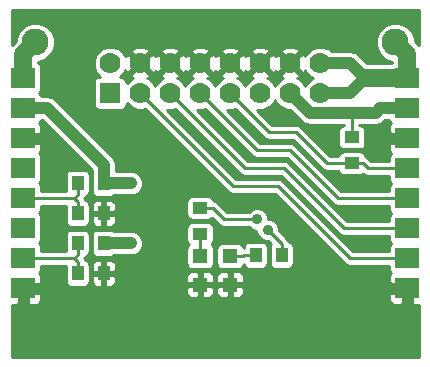
<source format=gbr>
G04 #@! TF.FileFunction,Copper,L1,Top,Signal*
%FSLAX46Y46*%
G04 Gerber Fmt 4.6, Leading zero omitted, Abs format (unit mm)*
G04 Created by KiCad (PCBNEW (2015-12-09 BZR 6195)-product) date Tue Nov 28 20:16:39 2017*
%MOMM*%
G01*
G04 APERTURE LIST*
%ADD10C,0.100000*%
%ADD11C,1.016000*%
%ADD12C,2.032000*%
%ADD13R,2.032000X1.778000*%
%ADD14C,2.286000*%
%ADD15R,1.778000X1.778000*%
%ADD16C,1.778000*%
%ADD17R,1.000000X1.300000*%
%ADD18R,1.300000X1.000000*%
%ADD19R,1.300000X1.200000*%
%ADD20C,0.889000*%
%ADD21C,1.016000*%
%ADD22C,0.254000*%
%ADD23C,1.524000*%
G04 APERTURE END LIST*
D10*
D11*
X138430000Y-93980000D03*
X140970000Y-96520000D03*
X158750000Y-106680000D03*
X130810000Y-106680000D03*
D12*
X158496000Y-96266000D03*
X131064000Y-96266000D03*
D11*
X152400000Y-109220000D03*
X152400000Y-104140000D03*
X140970000Y-106680000D03*
X140970000Y-101600000D03*
X130810000Y-104140000D03*
X130810000Y-101600000D03*
X130810000Y-99060000D03*
X158750000Y-104140000D03*
X158750000Y-101600000D03*
D13*
X128524000Y-90170000D03*
X128524000Y-92710000D03*
X128524000Y-95250000D03*
X128524000Y-97790000D03*
X128524000Y-100330000D03*
X128524000Y-102870000D03*
X128524000Y-105410000D03*
X128524000Y-107950000D03*
X161036000Y-107950000D03*
X161036000Y-105410000D03*
X161036000Y-102870000D03*
X161036000Y-100330000D03*
X161036000Y-97790000D03*
X161036000Y-95250000D03*
X161036000Y-92710000D03*
X161036000Y-90170000D03*
D11*
X158750000Y-99060000D03*
D14*
X129540000Y-87122000D03*
X160020000Y-87122000D03*
D15*
X135890000Y-91440000D03*
D16*
X135890000Y-88900000D03*
X138430000Y-91440000D03*
X138430000Y-88900000D03*
X140970000Y-91440000D03*
X140970000Y-88900000D03*
X143510000Y-91440000D03*
X143510000Y-88900000D03*
X146050000Y-91440000D03*
X146050000Y-88900000D03*
X148590000Y-91440000D03*
X148590000Y-88900000D03*
X151130000Y-91440000D03*
X151130000Y-88900000D03*
X153670000Y-91440000D03*
X153670000Y-88900000D03*
D17*
X135339000Y-106680000D03*
X133139000Y-106680000D03*
X133139000Y-104140000D03*
X135339000Y-104140000D03*
X135339000Y-101600000D03*
X133139000Y-101600000D03*
X133139000Y-99060000D03*
X135339000Y-99060000D03*
D18*
X156337000Y-97366000D03*
X156337000Y-95166000D03*
D17*
X148209000Y-105156000D03*
X150409000Y-105156000D03*
D18*
X143510000Y-103335000D03*
X143510000Y-101135000D03*
D19*
X143510000Y-107626000D03*
X143510000Y-105226000D03*
X146050000Y-107626000D03*
X146050000Y-105226000D03*
D11*
X137668000Y-99060000D03*
X137668000Y-104140000D03*
D20*
X148336000Y-102108000D03*
X149225000Y-102997000D03*
D21*
X135339000Y-99060000D02*
X135339000Y-97493000D01*
X135339000Y-97493000D02*
X130556000Y-92710000D01*
X130556000Y-92710000D02*
X128524000Y-92710000D01*
X137668000Y-99060000D02*
X135339000Y-99060000D01*
X135339000Y-104140000D02*
X137668000Y-104140000D01*
D22*
X143510000Y-91440000D02*
X148336000Y-96266000D01*
X148336000Y-96266000D02*
X151130000Y-96266000D01*
X151130000Y-96266000D02*
X155194000Y-100330000D01*
X155194000Y-100330000D02*
X161036000Y-100330000D01*
X140970000Y-91440000D02*
X147320000Y-97790000D01*
X147320000Y-97790000D02*
X150622000Y-97790000D01*
X150622000Y-97790000D02*
X155702000Y-102870000D01*
X155702000Y-102870000D02*
X159766000Y-102870000D01*
X159766000Y-102870000D02*
X161036000Y-102870000D01*
X138430000Y-91440000D02*
X146304000Y-99314000D01*
X146304000Y-99314000D02*
X150114000Y-99314000D01*
X150114000Y-99314000D02*
X156210000Y-105410000D01*
X156210000Y-105410000D02*
X161036000Y-105410000D01*
X156337000Y-97366000D02*
X154262000Y-97366000D01*
X154262000Y-97366000D02*
X151638000Y-94742000D01*
X151638000Y-94742000D02*
X149352000Y-94742000D01*
X149352000Y-94742000D02*
X146050000Y-91440000D01*
X157734000Y-97790000D02*
X161036000Y-97790000D01*
X156337000Y-97366000D02*
X157310000Y-97366000D01*
X157310000Y-97366000D02*
X157734000Y-97790000D01*
X148336000Y-102108000D02*
X145542000Y-102108000D01*
X145542000Y-102108000D02*
X144569000Y-101135000D01*
X144569000Y-101135000D02*
X143510000Y-101135000D01*
D21*
X152781001Y-93091001D02*
X156337000Y-93091001D01*
X156337000Y-93091001D02*
X158368999Y-93091001D01*
D22*
X156337000Y-95166000D02*
X156337000Y-93091001D01*
D21*
X151130000Y-91440000D02*
X152781001Y-93091001D01*
X158750000Y-92710000D02*
X161036000Y-92710000D01*
X158368999Y-93091001D02*
X158750000Y-92710000D01*
X153670000Y-88900000D02*
X156210000Y-88900000D01*
X156210000Y-88900000D02*
X157480000Y-90170000D01*
D22*
X149225000Y-102997000D02*
X150409000Y-104181000D01*
X150409000Y-104181000D02*
X150409000Y-105156000D01*
D23*
X161036000Y-90170000D02*
X161036000Y-88138000D01*
X161036000Y-88138000D02*
X160020000Y-87122000D01*
D21*
X156210000Y-91440000D02*
X157480000Y-90170000D01*
D23*
X157480000Y-90170000D02*
X161036000Y-90170000D01*
D21*
X153670000Y-91440000D02*
X156210000Y-91440000D01*
D23*
X128524000Y-90170000D02*
X128524000Y-88138000D01*
X128524000Y-88138000D02*
X129540000Y-87122000D01*
D22*
X146050000Y-105226000D02*
X147123000Y-105226000D01*
X147123000Y-105226000D02*
X147193000Y-105156000D01*
X147193000Y-105156000D02*
X148209000Y-105156000D01*
X143510000Y-103335000D02*
X143510000Y-105226000D01*
X133139000Y-101600000D02*
X133139000Y-100627000D01*
X133139000Y-100627000D02*
X132842000Y-100330000D01*
X133139000Y-99060000D02*
X133139000Y-100033000D01*
X133139000Y-100033000D02*
X132842000Y-100330000D01*
X128524000Y-100330000D02*
X132842000Y-100330000D01*
X133139000Y-106680000D02*
X133139000Y-105707000D01*
X133139000Y-105707000D02*
X132842000Y-105410000D01*
X133139000Y-104140000D02*
X133139000Y-105113000D01*
X133139000Y-105113000D02*
X132842000Y-105410000D01*
X128524000Y-105410000D02*
X132842000Y-105410000D01*
G36*
X162002000Y-87341705D02*
X161934026Y-87239974D01*
X161671127Y-86977075D01*
X161671286Y-86795037D01*
X161420466Y-86188005D01*
X160956437Y-85723166D01*
X160349845Y-85471287D01*
X159693037Y-85470714D01*
X159086005Y-85721534D01*
X158621166Y-86185563D01*
X158369287Y-86792155D01*
X158368714Y-87448963D01*
X158619534Y-88055995D01*
X159083563Y-88520834D01*
X159690155Y-88772713D01*
X159766000Y-88772779D01*
X159766000Y-88840777D01*
X159673965Y-88900000D01*
X157646841Y-88900000D01*
X156928420Y-88181580D01*
X156598807Y-87961338D01*
X156534300Y-87948507D01*
X156210000Y-87884000D01*
X154629707Y-87884000D01*
X154462370Y-87716371D01*
X153949100Y-87503243D01*
X153393339Y-87502758D01*
X152879697Y-87714990D01*
X152486371Y-88107630D01*
X152406605Y-88299727D01*
X152352397Y-88168857D01*
X152132775Y-88076830D01*
X151309605Y-88900000D01*
X152132775Y-89723170D01*
X152352397Y-89631143D01*
X152402509Y-89490682D01*
X152484990Y-89690303D01*
X152877630Y-90083629D01*
X153085512Y-90169949D01*
X152879697Y-90254990D01*
X152486371Y-90647630D01*
X152400051Y-90855512D01*
X152315010Y-90649697D01*
X151922370Y-90256371D01*
X151730273Y-90176605D01*
X151861143Y-90122397D01*
X151953170Y-89902775D01*
X151130000Y-89079605D01*
X150306830Y-89902775D01*
X150398857Y-90122397D01*
X150539318Y-90172509D01*
X150339697Y-90254990D01*
X149946371Y-90647630D01*
X149860051Y-90855512D01*
X149775010Y-90649697D01*
X149382370Y-90256371D01*
X149190273Y-90176605D01*
X149321143Y-90122397D01*
X149413170Y-89902775D01*
X148590000Y-89079605D01*
X147766830Y-89902775D01*
X147858857Y-90122397D01*
X147999318Y-90172509D01*
X147799697Y-90254990D01*
X147406371Y-90647630D01*
X147320051Y-90855512D01*
X147235010Y-90649697D01*
X146842370Y-90256371D01*
X146650273Y-90176605D01*
X146781143Y-90122397D01*
X146873170Y-89902775D01*
X146050000Y-89079605D01*
X145226830Y-89902775D01*
X145318857Y-90122397D01*
X145459318Y-90172509D01*
X145259697Y-90254990D01*
X144866371Y-90647630D01*
X144780051Y-90855512D01*
X144695010Y-90649697D01*
X144302370Y-90256371D01*
X144110273Y-90176605D01*
X144241143Y-90122397D01*
X144333170Y-89902775D01*
X143510000Y-89079605D01*
X142686830Y-89902775D01*
X142778857Y-90122397D01*
X142919318Y-90172509D01*
X142719697Y-90254990D01*
X142326371Y-90647630D01*
X142240051Y-90855512D01*
X142155010Y-90649697D01*
X141762370Y-90256371D01*
X141570273Y-90176605D01*
X141701143Y-90122397D01*
X141793170Y-89902775D01*
X140970000Y-89079605D01*
X140146830Y-89902775D01*
X140238857Y-90122397D01*
X140379318Y-90172509D01*
X140179697Y-90254990D01*
X139786371Y-90647630D01*
X139700051Y-90855512D01*
X139615010Y-90649697D01*
X139222370Y-90256371D01*
X139030273Y-90176605D01*
X139161143Y-90122397D01*
X139253170Y-89902775D01*
X138430000Y-89079605D01*
X137606830Y-89902775D01*
X137698857Y-90122397D01*
X137839318Y-90172509D01*
X137639697Y-90254990D01*
X137296952Y-90597137D01*
X137296952Y-90551000D01*
X137261530Y-90362747D01*
X137150272Y-90189847D01*
X136980512Y-90073855D01*
X136779000Y-90033048D01*
X136732356Y-90033048D01*
X137073629Y-89692370D01*
X137153395Y-89500273D01*
X137207603Y-89631143D01*
X137427225Y-89723170D01*
X138250395Y-88900000D01*
X138609605Y-88900000D01*
X139432775Y-89723170D01*
X139652397Y-89631143D01*
X139696453Y-89507656D01*
X139747603Y-89631143D01*
X139967225Y-89723170D01*
X140790395Y-88900000D01*
X141149605Y-88900000D01*
X141972775Y-89723170D01*
X142192397Y-89631143D01*
X142236453Y-89507656D01*
X142287603Y-89631143D01*
X142507225Y-89723170D01*
X143330395Y-88900000D01*
X143689605Y-88900000D01*
X144512775Y-89723170D01*
X144732397Y-89631143D01*
X144776453Y-89507656D01*
X144827603Y-89631143D01*
X145047225Y-89723170D01*
X145870395Y-88900000D01*
X146229605Y-88900000D01*
X147052775Y-89723170D01*
X147272397Y-89631143D01*
X147316453Y-89507656D01*
X147367603Y-89631143D01*
X147587225Y-89723170D01*
X148410395Y-88900000D01*
X148769605Y-88900000D01*
X149592775Y-89723170D01*
X149812397Y-89631143D01*
X149856453Y-89507656D01*
X149907603Y-89631143D01*
X150127225Y-89723170D01*
X150950395Y-88900000D01*
X150127225Y-88076830D01*
X149907603Y-88168857D01*
X149863547Y-88292344D01*
X149812397Y-88168857D01*
X149592775Y-88076830D01*
X148769605Y-88900000D01*
X148410395Y-88900000D01*
X147587225Y-88076830D01*
X147367603Y-88168857D01*
X147323547Y-88292344D01*
X147272397Y-88168857D01*
X147052775Y-88076830D01*
X146229605Y-88900000D01*
X145870395Y-88900000D01*
X145047225Y-88076830D01*
X144827603Y-88168857D01*
X144783547Y-88292344D01*
X144732397Y-88168857D01*
X144512775Y-88076830D01*
X143689605Y-88900000D01*
X143330395Y-88900000D01*
X142507225Y-88076830D01*
X142287603Y-88168857D01*
X142243547Y-88292344D01*
X142192397Y-88168857D01*
X141972775Y-88076830D01*
X141149605Y-88900000D01*
X140790395Y-88900000D01*
X139967225Y-88076830D01*
X139747603Y-88168857D01*
X139703547Y-88292344D01*
X139652397Y-88168857D01*
X139432775Y-88076830D01*
X138609605Y-88900000D01*
X138250395Y-88900000D01*
X137427225Y-88076830D01*
X137207603Y-88168857D01*
X137157491Y-88309318D01*
X137075010Y-88109697D01*
X136862909Y-87897225D01*
X137606830Y-87897225D01*
X138430000Y-88720395D01*
X139253170Y-87897225D01*
X140146830Y-87897225D01*
X140970000Y-88720395D01*
X141793170Y-87897225D01*
X142686830Y-87897225D01*
X143510000Y-88720395D01*
X144333170Y-87897225D01*
X145226830Y-87897225D01*
X146050000Y-88720395D01*
X146873170Y-87897225D01*
X147766830Y-87897225D01*
X148590000Y-88720395D01*
X149413170Y-87897225D01*
X150306830Y-87897225D01*
X151130000Y-88720395D01*
X151953170Y-87897225D01*
X151861143Y-87677603D01*
X151337698Y-87490856D01*
X150782632Y-87518638D01*
X150398857Y-87677603D01*
X150306830Y-87897225D01*
X149413170Y-87897225D01*
X149321143Y-87677603D01*
X148797698Y-87490856D01*
X148242632Y-87518638D01*
X147858857Y-87677603D01*
X147766830Y-87897225D01*
X146873170Y-87897225D01*
X146781143Y-87677603D01*
X146257698Y-87490856D01*
X145702632Y-87518638D01*
X145318857Y-87677603D01*
X145226830Y-87897225D01*
X144333170Y-87897225D01*
X144241143Y-87677603D01*
X143717698Y-87490856D01*
X143162632Y-87518638D01*
X142778857Y-87677603D01*
X142686830Y-87897225D01*
X141793170Y-87897225D01*
X141701143Y-87677603D01*
X141177698Y-87490856D01*
X140622632Y-87518638D01*
X140238857Y-87677603D01*
X140146830Y-87897225D01*
X139253170Y-87897225D01*
X139161143Y-87677603D01*
X138637698Y-87490856D01*
X138082632Y-87518638D01*
X137698857Y-87677603D01*
X137606830Y-87897225D01*
X136862909Y-87897225D01*
X136682370Y-87716371D01*
X136169100Y-87503243D01*
X135613339Y-87502758D01*
X135099697Y-87714990D01*
X134706371Y-88107630D01*
X134493243Y-88620900D01*
X134492758Y-89176661D01*
X134704990Y-89690303D01*
X135047137Y-90033048D01*
X135001000Y-90033048D01*
X134812747Y-90068470D01*
X134639847Y-90179728D01*
X134523855Y-90349488D01*
X134483048Y-90551000D01*
X134483048Y-92329000D01*
X134518470Y-92517253D01*
X134629728Y-92690153D01*
X134799488Y-92806145D01*
X135001000Y-92846952D01*
X136779000Y-92846952D01*
X136967253Y-92811530D01*
X137140153Y-92700272D01*
X137256145Y-92530512D01*
X137296952Y-92329000D01*
X137296952Y-92282356D01*
X137637630Y-92623629D01*
X138150900Y-92836757D01*
X138706661Y-92837242D01*
X138864145Y-92772171D01*
X145854987Y-99763013D01*
X146060996Y-99900664D01*
X146304000Y-99949001D01*
X146304005Y-99949000D01*
X149850974Y-99949000D01*
X155760987Y-105859013D01*
X155966996Y-105996664D01*
X156210000Y-106045000D01*
X159502048Y-106045000D01*
X159502048Y-106299000D01*
X159537470Y-106487253D01*
X159648728Y-106660153D01*
X159680630Y-106681950D01*
X159589339Y-106773241D01*
X159512000Y-106959952D01*
X159512000Y-107442000D01*
X159639000Y-107569000D01*
X160655000Y-107569000D01*
X160655000Y-107549000D01*
X161417000Y-107549000D01*
X161417000Y-107569000D01*
X161437000Y-107569000D01*
X161437000Y-108331000D01*
X161417000Y-108331000D01*
X161417000Y-109220000D01*
X161544000Y-109347000D01*
X162002000Y-109347000D01*
X162002000Y-113742000D01*
X127558000Y-113742000D01*
X127558000Y-109347000D01*
X128016000Y-109347000D01*
X128143000Y-109220000D01*
X128143000Y-108331000D01*
X128905000Y-108331000D01*
X128905000Y-109220000D01*
X129032000Y-109347000D01*
X129641047Y-109347000D01*
X129827758Y-109269662D01*
X129970661Y-109126759D01*
X130048000Y-108940048D01*
X130048000Y-108458000D01*
X129921000Y-108331000D01*
X128905000Y-108331000D01*
X128143000Y-108331000D01*
X128123000Y-108331000D01*
X128123000Y-107880000D01*
X142352000Y-107880000D01*
X142352000Y-108327047D01*
X142429338Y-108513758D01*
X142572241Y-108656661D01*
X142758952Y-108734000D01*
X143256000Y-108734000D01*
X143383000Y-108607000D01*
X143383000Y-107753000D01*
X143637000Y-107753000D01*
X143637000Y-108607000D01*
X143764000Y-108734000D01*
X144261048Y-108734000D01*
X144447759Y-108656661D01*
X144590662Y-108513758D01*
X144668000Y-108327047D01*
X144668000Y-107880000D01*
X144892000Y-107880000D01*
X144892000Y-108327047D01*
X144969338Y-108513758D01*
X145112241Y-108656661D01*
X145298952Y-108734000D01*
X145796000Y-108734000D01*
X145923000Y-108607000D01*
X145923000Y-107753000D01*
X146177000Y-107753000D01*
X146177000Y-108607000D01*
X146304000Y-108734000D01*
X146801048Y-108734000D01*
X146987759Y-108656661D01*
X147130662Y-108513758D01*
X147153757Y-108458000D01*
X159512000Y-108458000D01*
X159512000Y-108940048D01*
X159589339Y-109126759D01*
X159732242Y-109269662D01*
X159918953Y-109347000D01*
X160528000Y-109347000D01*
X160655000Y-109220000D01*
X160655000Y-108331000D01*
X159639000Y-108331000D01*
X159512000Y-108458000D01*
X147153757Y-108458000D01*
X147208000Y-108327047D01*
X147208000Y-107880000D01*
X147081000Y-107753000D01*
X146177000Y-107753000D01*
X145923000Y-107753000D01*
X145019000Y-107753000D01*
X144892000Y-107880000D01*
X144668000Y-107880000D01*
X144541000Y-107753000D01*
X143637000Y-107753000D01*
X143383000Y-107753000D01*
X142479000Y-107753000D01*
X142352000Y-107880000D01*
X128123000Y-107880000D01*
X128123000Y-107569000D01*
X128143000Y-107569000D01*
X128143000Y-107549000D01*
X128905000Y-107549000D01*
X128905000Y-107569000D01*
X129921000Y-107569000D01*
X130048000Y-107442000D01*
X130048000Y-106959952D01*
X129970661Y-106773241D01*
X129880793Y-106683373D01*
X129901153Y-106670272D01*
X130017145Y-106500512D01*
X130057952Y-106299000D01*
X130057952Y-106045000D01*
X132121048Y-106045000D01*
X132121048Y-107330000D01*
X132156470Y-107518253D01*
X132267728Y-107691153D01*
X132437488Y-107807145D01*
X132639000Y-107847952D01*
X133639000Y-107847952D01*
X133827253Y-107812530D01*
X134000153Y-107701272D01*
X134116145Y-107531512D01*
X134156952Y-107330000D01*
X134156952Y-106934000D01*
X134331000Y-106934000D01*
X134331000Y-107431048D01*
X134408339Y-107617759D01*
X134551242Y-107760662D01*
X134737953Y-107838000D01*
X135085000Y-107838000D01*
X135212000Y-107711000D01*
X135212000Y-106807000D01*
X135466000Y-106807000D01*
X135466000Y-107711000D01*
X135593000Y-107838000D01*
X135940047Y-107838000D01*
X136126758Y-107760662D01*
X136269661Y-107617759D01*
X136347000Y-107431048D01*
X136347000Y-106934000D01*
X136337953Y-106924953D01*
X142352000Y-106924953D01*
X142352000Y-107372000D01*
X142479000Y-107499000D01*
X143383000Y-107499000D01*
X143383000Y-106645000D01*
X143637000Y-106645000D01*
X143637000Y-107499000D01*
X144541000Y-107499000D01*
X144668000Y-107372000D01*
X144668000Y-106924953D01*
X144892000Y-106924953D01*
X144892000Y-107372000D01*
X145019000Y-107499000D01*
X145923000Y-107499000D01*
X145923000Y-106645000D01*
X146177000Y-106645000D01*
X146177000Y-107499000D01*
X147081000Y-107499000D01*
X147208000Y-107372000D01*
X147208000Y-106924953D01*
X147130662Y-106738242D01*
X146987759Y-106595339D01*
X146801048Y-106518000D01*
X146304000Y-106518000D01*
X146177000Y-106645000D01*
X145923000Y-106645000D01*
X145796000Y-106518000D01*
X145298952Y-106518000D01*
X145112241Y-106595339D01*
X144969338Y-106738242D01*
X144892000Y-106924953D01*
X144668000Y-106924953D01*
X144590662Y-106738242D01*
X144447759Y-106595339D01*
X144261048Y-106518000D01*
X143764000Y-106518000D01*
X143637000Y-106645000D01*
X143383000Y-106645000D01*
X143256000Y-106518000D01*
X142758952Y-106518000D01*
X142572241Y-106595339D01*
X142429338Y-106738242D01*
X142352000Y-106924953D01*
X136337953Y-106924953D01*
X136220000Y-106807000D01*
X135466000Y-106807000D01*
X135212000Y-106807000D01*
X134458000Y-106807000D01*
X134331000Y-106934000D01*
X134156952Y-106934000D01*
X134156952Y-106030000D01*
X134137939Y-105928952D01*
X134331000Y-105928952D01*
X134331000Y-106426000D01*
X134458000Y-106553000D01*
X135212000Y-106553000D01*
X135212000Y-105649000D01*
X135466000Y-105649000D01*
X135466000Y-106553000D01*
X136220000Y-106553000D01*
X136347000Y-106426000D01*
X136347000Y-105928952D01*
X136269661Y-105742241D01*
X136126758Y-105599338D01*
X135940047Y-105522000D01*
X135593000Y-105522000D01*
X135466000Y-105649000D01*
X135212000Y-105649000D01*
X135085000Y-105522000D01*
X134737953Y-105522000D01*
X134551242Y-105599338D01*
X134408339Y-105742241D01*
X134331000Y-105928952D01*
X134137939Y-105928952D01*
X134121530Y-105841747D01*
X134010272Y-105668847D01*
X133840512Y-105552855D01*
X133739261Y-105532351D01*
X133725664Y-105463996D01*
X133725664Y-105463995D01*
X133689585Y-105410000D01*
X133725664Y-105356005D01*
X133738964Y-105289143D01*
X133827253Y-105272530D01*
X134000153Y-105161272D01*
X134116145Y-104991512D01*
X134156952Y-104790000D01*
X134156952Y-103490000D01*
X134321048Y-103490000D01*
X134321048Y-104790000D01*
X134356470Y-104978253D01*
X134467728Y-105151153D01*
X134637488Y-105267145D01*
X134839000Y-105307952D01*
X135839000Y-105307952D01*
X136027253Y-105272530D01*
X136200153Y-105161272D01*
X136203755Y-105156000D01*
X137667113Y-105156000D01*
X137869208Y-105156176D01*
X138242766Y-105001825D01*
X138528821Y-104716269D01*
X138683824Y-104342982D01*
X138684176Y-103938792D01*
X138529825Y-103565234D01*
X138244269Y-103279179D01*
X137870982Y-103124176D01*
X137466792Y-103123824D01*
X137466366Y-103124000D01*
X136203178Y-103124000D01*
X136040512Y-103012855D01*
X135839000Y-102972048D01*
X134839000Y-102972048D01*
X134650747Y-103007470D01*
X134477847Y-103118728D01*
X134361855Y-103288488D01*
X134321048Y-103490000D01*
X134156952Y-103490000D01*
X134121530Y-103301747D01*
X134010272Y-103128847D01*
X133840512Y-103012855D01*
X133639000Y-102972048D01*
X132639000Y-102972048D01*
X132450747Y-103007470D01*
X132277847Y-103118728D01*
X132161855Y-103288488D01*
X132121048Y-103490000D01*
X132121048Y-104775000D01*
X130057952Y-104775000D01*
X130057952Y-104521000D01*
X130022530Y-104332747D01*
X129911272Y-104159847D01*
X129884073Y-104141263D01*
X129901153Y-104130272D01*
X130017145Y-103960512D01*
X130057952Y-103759000D01*
X130057952Y-102835000D01*
X142342048Y-102835000D01*
X142342048Y-103835000D01*
X142377470Y-104023253D01*
X142488728Y-104196153D01*
X142537785Y-104229672D01*
X142498847Y-104254728D01*
X142382855Y-104424488D01*
X142342048Y-104626000D01*
X142342048Y-105826000D01*
X142377470Y-106014253D01*
X142488728Y-106187153D01*
X142658488Y-106303145D01*
X142860000Y-106343952D01*
X144160000Y-106343952D01*
X144348253Y-106308530D01*
X144521153Y-106197272D01*
X144637145Y-106027512D01*
X144677952Y-105826000D01*
X144677952Y-104626000D01*
X144882048Y-104626000D01*
X144882048Y-105826000D01*
X144917470Y-106014253D01*
X145028728Y-106187153D01*
X145198488Y-106303145D01*
X145400000Y-106343952D01*
X146700000Y-106343952D01*
X146888253Y-106308530D01*
X147061153Y-106197272D01*
X147177145Y-106027512D01*
X147205957Y-105885234D01*
X147226470Y-105994253D01*
X147337728Y-106167153D01*
X147507488Y-106283145D01*
X147709000Y-106323952D01*
X148709000Y-106323952D01*
X148897253Y-106288530D01*
X149070153Y-106177272D01*
X149186145Y-106007512D01*
X149226952Y-105806000D01*
X149226952Y-104506000D01*
X149191530Y-104317747D01*
X149080272Y-104144847D01*
X148910512Y-104028855D01*
X148709000Y-103988048D01*
X147709000Y-103988048D01*
X147520747Y-104023470D01*
X147347847Y-104134728D01*
X147231855Y-104304488D01*
X147193290Y-104494930D01*
X147182530Y-104437747D01*
X147071272Y-104264847D01*
X146901512Y-104148855D01*
X146700000Y-104108048D01*
X145400000Y-104108048D01*
X145211747Y-104143470D01*
X145038847Y-104254728D01*
X144922855Y-104424488D01*
X144882048Y-104626000D01*
X144677952Y-104626000D01*
X144642530Y-104437747D01*
X144531272Y-104264847D01*
X144482215Y-104231328D01*
X144521153Y-104206272D01*
X144637145Y-104036512D01*
X144677952Y-103835000D01*
X144677952Y-102835000D01*
X144642530Y-102646747D01*
X144531272Y-102473847D01*
X144361512Y-102357855D01*
X144160000Y-102317048D01*
X142860000Y-102317048D01*
X142671747Y-102352470D01*
X142498847Y-102463728D01*
X142382855Y-102633488D01*
X142342048Y-102835000D01*
X130057952Y-102835000D01*
X130057952Y-101981000D01*
X130022530Y-101792747D01*
X129911272Y-101619847D01*
X129884073Y-101601263D01*
X129901153Y-101590272D01*
X130017145Y-101420512D01*
X130057952Y-101219000D01*
X130057952Y-100965000D01*
X132121048Y-100965000D01*
X132121048Y-102250000D01*
X132156470Y-102438253D01*
X132267728Y-102611153D01*
X132437488Y-102727145D01*
X132639000Y-102767952D01*
X133639000Y-102767952D01*
X133827253Y-102732530D01*
X134000153Y-102621272D01*
X134116145Y-102451512D01*
X134156952Y-102250000D01*
X134156952Y-101854000D01*
X134331000Y-101854000D01*
X134331000Y-102351048D01*
X134408339Y-102537759D01*
X134551242Y-102680662D01*
X134737953Y-102758000D01*
X135085000Y-102758000D01*
X135212000Y-102631000D01*
X135212000Y-101727000D01*
X135466000Y-101727000D01*
X135466000Y-102631000D01*
X135593000Y-102758000D01*
X135940047Y-102758000D01*
X136126758Y-102680662D01*
X136269661Y-102537759D01*
X136347000Y-102351048D01*
X136347000Y-101854000D01*
X136220000Y-101727000D01*
X135466000Y-101727000D01*
X135212000Y-101727000D01*
X134458000Y-101727000D01*
X134331000Y-101854000D01*
X134156952Y-101854000D01*
X134156952Y-100950000D01*
X134137939Y-100848952D01*
X134331000Y-100848952D01*
X134331000Y-101346000D01*
X134458000Y-101473000D01*
X135212000Y-101473000D01*
X135212000Y-100569000D01*
X135466000Y-100569000D01*
X135466000Y-101473000D01*
X136220000Y-101473000D01*
X136347000Y-101346000D01*
X136347000Y-100848952D01*
X136269661Y-100662241D01*
X136242420Y-100635000D01*
X142342048Y-100635000D01*
X142342048Y-101635000D01*
X142377470Y-101823253D01*
X142488728Y-101996153D01*
X142658488Y-102112145D01*
X142860000Y-102152952D01*
X144160000Y-102152952D01*
X144348253Y-102117530D01*
X144521153Y-102006272D01*
X144529715Y-101993741D01*
X145092987Y-102557013D01*
X145298996Y-102694664D01*
X145542000Y-102743000D01*
X147624028Y-102743000D01*
X147795747Y-102915020D01*
X148145705Y-103060335D01*
X148272444Y-103060445D01*
X148272335Y-103185633D01*
X148417039Y-103535843D01*
X148684747Y-103804020D01*
X149034705Y-103949335D01*
X149279522Y-103949548D01*
X149514097Y-104184123D01*
X149431855Y-104304488D01*
X149391048Y-104506000D01*
X149391048Y-105806000D01*
X149426470Y-105994253D01*
X149537728Y-106167153D01*
X149707488Y-106283145D01*
X149909000Y-106323952D01*
X150909000Y-106323952D01*
X151097253Y-106288530D01*
X151270153Y-106177272D01*
X151386145Y-106007512D01*
X151426952Y-105806000D01*
X151426952Y-104506000D01*
X151391530Y-104317747D01*
X151280272Y-104144847D01*
X151110512Y-104028855D01*
X151009675Y-104008435D01*
X150995664Y-103937996D01*
X150858013Y-103731987D01*
X150177453Y-103051427D01*
X150177665Y-102808367D01*
X150032961Y-102458157D01*
X149765253Y-102189980D01*
X149415295Y-102044665D01*
X149288556Y-102044555D01*
X149288665Y-101919367D01*
X149143961Y-101569157D01*
X148876253Y-101300980D01*
X148526295Y-101155665D01*
X148147367Y-101155335D01*
X147797157Y-101300039D01*
X147623893Y-101473000D01*
X145805026Y-101473000D01*
X145018013Y-100685987D01*
X144812004Y-100548336D01*
X144655799Y-100517265D01*
X144642530Y-100446747D01*
X144531272Y-100273847D01*
X144361512Y-100157855D01*
X144160000Y-100117048D01*
X142860000Y-100117048D01*
X142671747Y-100152470D01*
X142498847Y-100263728D01*
X142382855Y-100433488D01*
X142342048Y-100635000D01*
X136242420Y-100635000D01*
X136126758Y-100519338D01*
X135940047Y-100442000D01*
X135593000Y-100442000D01*
X135466000Y-100569000D01*
X135212000Y-100569000D01*
X135085000Y-100442000D01*
X134737953Y-100442000D01*
X134551242Y-100519338D01*
X134408339Y-100662241D01*
X134331000Y-100848952D01*
X134137939Y-100848952D01*
X134121530Y-100761747D01*
X134010272Y-100588847D01*
X133840512Y-100472855D01*
X133739261Y-100452351D01*
X133737202Y-100442000D01*
X133725664Y-100383995D01*
X133689585Y-100330000D01*
X133725664Y-100276005D01*
X133738964Y-100209143D01*
X133827253Y-100192530D01*
X134000153Y-100081272D01*
X134116145Y-99911512D01*
X134156952Y-99710000D01*
X134156952Y-98410000D01*
X134121530Y-98221747D01*
X134010272Y-98048847D01*
X133840512Y-97932855D01*
X133639000Y-97892048D01*
X132639000Y-97892048D01*
X132450747Y-97927470D01*
X132277847Y-98038728D01*
X132161855Y-98208488D01*
X132121048Y-98410000D01*
X132121048Y-99695000D01*
X130057952Y-99695000D01*
X130057952Y-99441000D01*
X130022530Y-99252747D01*
X129911272Y-99079847D01*
X129884073Y-99061263D01*
X129901153Y-99050272D01*
X130017145Y-98880512D01*
X130057952Y-98679000D01*
X130057952Y-96901000D01*
X130022530Y-96712747D01*
X129911272Y-96539847D01*
X129879370Y-96518050D01*
X129970661Y-96426759D01*
X130048000Y-96240048D01*
X130048000Y-95758000D01*
X129921000Y-95631000D01*
X128905000Y-95631000D01*
X128905000Y-95651000D01*
X128143000Y-95651000D01*
X128143000Y-95631000D01*
X128123000Y-95631000D01*
X128123000Y-94869000D01*
X128143000Y-94869000D01*
X128143000Y-94849000D01*
X128905000Y-94849000D01*
X128905000Y-94869000D01*
X129921000Y-94869000D01*
X130048000Y-94742000D01*
X130048000Y-94259952D01*
X129970661Y-94073241D01*
X129880793Y-93983373D01*
X129901153Y-93970272D01*
X130017145Y-93800512D01*
X130032234Y-93726000D01*
X130135160Y-93726000D01*
X134323000Y-97913841D01*
X134323000Y-98400361D01*
X134321048Y-98410000D01*
X134321048Y-99710000D01*
X134356470Y-99898253D01*
X134467728Y-100071153D01*
X134637488Y-100187145D01*
X134839000Y-100227952D01*
X135839000Y-100227952D01*
X136027253Y-100192530D01*
X136200153Y-100081272D01*
X136203755Y-100076000D01*
X137667113Y-100076000D01*
X137869208Y-100076176D01*
X138242766Y-99921825D01*
X138528821Y-99636269D01*
X138683824Y-99262982D01*
X138684176Y-98858792D01*
X138529825Y-98485234D01*
X138244269Y-98199179D01*
X137870982Y-98044176D01*
X137466792Y-98043824D01*
X137466366Y-98044000D01*
X136355000Y-98044000D01*
X136355000Y-97493000D01*
X136277662Y-97104194D01*
X136141892Y-96901000D01*
X136057420Y-96774579D01*
X131274420Y-91991580D01*
X130944807Y-91771338D01*
X130880300Y-91758507D01*
X130556000Y-91694000D01*
X130034055Y-91694000D01*
X130022530Y-91632747D01*
X129911272Y-91459847D01*
X129884073Y-91441263D01*
X129901153Y-91430272D01*
X130017145Y-91260512D01*
X130057952Y-91059000D01*
X130057952Y-89281000D01*
X130022530Y-89092747D01*
X129911272Y-88919847D01*
X129794000Y-88839719D01*
X129794000Y-88773222D01*
X129866963Y-88773286D01*
X130473995Y-88522466D01*
X130938834Y-88058437D01*
X131190713Y-87451845D01*
X131191286Y-86795037D01*
X130940466Y-86188005D01*
X130476437Y-85723166D01*
X129869845Y-85471287D01*
X129213037Y-85470714D01*
X128606005Y-85721534D01*
X128141166Y-86185563D01*
X127889287Y-86792155D01*
X127889126Y-86976822D01*
X127625974Y-87239974D01*
X127558000Y-87341705D01*
X127558000Y-84378000D01*
X162002000Y-84378000D01*
X162002000Y-87341705D01*
X162002000Y-87341705D01*
G37*
X162002000Y-87341705D02*
X161934026Y-87239974D01*
X161671127Y-86977075D01*
X161671286Y-86795037D01*
X161420466Y-86188005D01*
X160956437Y-85723166D01*
X160349845Y-85471287D01*
X159693037Y-85470714D01*
X159086005Y-85721534D01*
X158621166Y-86185563D01*
X158369287Y-86792155D01*
X158368714Y-87448963D01*
X158619534Y-88055995D01*
X159083563Y-88520834D01*
X159690155Y-88772713D01*
X159766000Y-88772779D01*
X159766000Y-88840777D01*
X159673965Y-88900000D01*
X157646841Y-88900000D01*
X156928420Y-88181580D01*
X156598807Y-87961338D01*
X156534300Y-87948507D01*
X156210000Y-87884000D01*
X154629707Y-87884000D01*
X154462370Y-87716371D01*
X153949100Y-87503243D01*
X153393339Y-87502758D01*
X152879697Y-87714990D01*
X152486371Y-88107630D01*
X152406605Y-88299727D01*
X152352397Y-88168857D01*
X152132775Y-88076830D01*
X151309605Y-88900000D01*
X152132775Y-89723170D01*
X152352397Y-89631143D01*
X152402509Y-89490682D01*
X152484990Y-89690303D01*
X152877630Y-90083629D01*
X153085512Y-90169949D01*
X152879697Y-90254990D01*
X152486371Y-90647630D01*
X152400051Y-90855512D01*
X152315010Y-90649697D01*
X151922370Y-90256371D01*
X151730273Y-90176605D01*
X151861143Y-90122397D01*
X151953170Y-89902775D01*
X151130000Y-89079605D01*
X150306830Y-89902775D01*
X150398857Y-90122397D01*
X150539318Y-90172509D01*
X150339697Y-90254990D01*
X149946371Y-90647630D01*
X149860051Y-90855512D01*
X149775010Y-90649697D01*
X149382370Y-90256371D01*
X149190273Y-90176605D01*
X149321143Y-90122397D01*
X149413170Y-89902775D01*
X148590000Y-89079605D01*
X147766830Y-89902775D01*
X147858857Y-90122397D01*
X147999318Y-90172509D01*
X147799697Y-90254990D01*
X147406371Y-90647630D01*
X147320051Y-90855512D01*
X147235010Y-90649697D01*
X146842370Y-90256371D01*
X146650273Y-90176605D01*
X146781143Y-90122397D01*
X146873170Y-89902775D01*
X146050000Y-89079605D01*
X145226830Y-89902775D01*
X145318857Y-90122397D01*
X145459318Y-90172509D01*
X145259697Y-90254990D01*
X144866371Y-90647630D01*
X144780051Y-90855512D01*
X144695010Y-90649697D01*
X144302370Y-90256371D01*
X144110273Y-90176605D01*
X144241143Y-90122397D01*
X144333170Y-89902775D01*
X143510000Y-89079605D01*
X142686830Y-89902775D01*
X142778857Y-90122397D01*
X142919318Y-90172509D01*
X142719697Y-90254990D01*
X142326371Y-90647630D01*
X142240051Y-90855512D01*
X142155010Y-90649697D01*
X141762370Y-90256371D01*
X141570273Y-90176605D01*
X141701143Y-90122397D01*
X141793170Y-89902775D01*
X140970000Y-89079605D01*
X140146830Y-89902775D01*
X140238857Y-90122397D01*
X140379318Y-90172509D01*
X140179697Y-90254990D01*
X139786371Y-90647630D01*
X139700051Y-90855512D01*
X139615010Y-90649697D01*
X139222370Y-90256371D01*
X139030273Y-90176605D01*
X139161143Y-90122397D01*
X139253170Y-89902775D01*
X138430000Y-89079605D01*
X137606830Y-89902775D01*
X137698857Y-90122397D01*
X137839318Y-90172509D01*
X137639697Y-90254990D01*
X137296952Y-90597137D01*
X137296952Y-90551000D01*
X137261530Y-90362747D01*
X137150272Y-90189847D01*
X136980512Y-90073855D01*
X136779000Y-90033048D01*
X136732356Y-90033048D01*
X137073629Y-89692370D01*
X137153395Y-89500273D01*
X137207603Y-89631143D01*
X137427225Y-89723170D01*
X138250395Y-88900000D01*
X138609605Y-88900000D01*
X139432775Y-89723170D01*
X139652397Y-89631143D01*
X139696453Y-89507656D01*
X139747603Y-89631143D01*
X139967225Y-89723170D01*
X140790395Y-88900000D01*
X141149605Y-88900000D01*
X141972775Y-89723170D01*
X142192397Y-89631143D01*
X142236453Y-89507656D01*
X142287603Y-89631143D01*
X142507225Y-89723170D01*
X143330395Y-88900000D01*
X143689605Y-88900000D01*
X144512775Y-89723170D01*
X144732397Y-89631143D01*
X144776453Y-89507656D01*
X144827603Y-89631143D01*
X145047225Y-89723170D01*
X145870395Y-88900000D01*
X146229605Y-88900000D01*
X147052775Y-89723170D01*
X147272397Y-89631143D01*
X147316453Y-89507656D01*
X147367603Y-89631143D01*
X147587225Y-89723170D01*
X148410395Y-88900000D01*
X148769605Y-88900000D01*
X149592775Y-89723170D01*
X149812397Y-89631143D01*
X149856453Y-89507656D01*
X149907603Y-89631143D01*
X150127225Y-89723170D01*
X150950395Y-88900000D01*
X150127225Y-88076830D01*
X149907603Y-88168857D01*
X149863547Y-88292344D01*
X149812397Y-88168857D01*
X149592775Y-88076830D01*
X148769605Y-88900000D01*
X148410395Y-88900000D01*
X147587225Y-88076830D01*
X147367603Y-88168857D01*
X147323547Y-88292344D01*
X147272397Y-88168857D01*
X147052775Y-88076830D01*
X146229605Y-88900000D01*
X145870395Y-88900000D01*
X145047225Y-88076830D01*
X144827603Y-88168857D01*
X144783547Y-88292344D01*
X144732397Y-88168857D01*
X144512775Y-88076830D01*
X143689605Y-88900000D01*
X143330395Y-88900000D01*
X142507225Y-88076830D01*
X142287603Y-88168857D01*
X142243547Y-88292344D01*
X142192397Y-88168857D01*
X141972775Y-88076830D01*
X141149605Y-88900000D01*
X140790395Y-88900000D01*
X139967225Y-88076830D01*
X139747603Y-88168857D01*
X139703547Y-88292344D01*
X139652397Y-88168857D01*
X139432775Y-88076830D01*
X138609605Y-88900000D01*
X138250395Y-88900000D01*
X137427225Y-88076830D01*
X137207603Y-88168857D01*
X137157491Y-88309318D01*
X137075010Y-88109697D01*
X136862909Y-87897225D01*
X137606830Y-87897225D01*
X138430000Y-88720395D01*
X139253170Y-87897225D01*
X140146830Y-87897225D01*
X140970000Y-88720395D01*
X141793170Y-87897225D01*
X142686830Y-87897225D01*
X143510000Y-88720395D01*
X144333170Y-87897225D01*
X145226830Y-87897225D01*
X146050000Y-88720395D01*
X146873170Y-87897225D01*
X147766830Y-87897225D01*
X148590000Y-88720395D01*
X149413170Y-87897225D01*
X150306830Y-87897225D01*
X151130000Y-88720395D01*
X151953170Y-87897225D01*
X151861143Y-87677603D01*
X151337698Y-87490856D01*
X150782632Y-87518638D01*
X150398857Y-87677603D01*
X150306830Y-87897225D01*
X149413170Y-87897225D01*
X149321143Y-87677603D01*
X148797698Y-87490856D01*
X148242632Y-87518638D01*
X147858857Y-87677603D01*
X147766830Y-87897225D01*
X146873170Y-87897225D01*
X146781143Y-87677603D01*
X146257698Y-87490856D01*
X145702632Y-87518638D01*
X145318857Y-87677603D01*
X145226830Y-87897225D01*
X144333170Y-87897225D01*
X144241143Y-87677603D01*
X143717698Y-87490856D01*
X143162632Y-87518638D01*
X142778857Y-87677603D01*
X142686830Y-87897225D01*
X141793170Y-87897225D01*
X141701143Y-87677603D01*
X141177698Y-87490856D01*
X140622632Y-87518638D01*
X140238857Y-87677603D01*
X140146830Y-87897225D01*
X139253170Y-87897225D01*
X139161143Y-87677603D01*
X138637698Y-87490856D01*
X138082632Y-87518638D01*
X137698857Y-87677603D01*
X137606830Y-87897225D01*
X136862909Y-87897225D01*
X136682370Y-87716371D01*
X136169100Y-87503243D01*
X135613339Y-87502758D01*
X135099697Y-87714990D01*
X134706371Y-88107630D01*
X134493243Y-88620900D01*
X134492758Y-89176661D01*
X134704990Y-89690303D01*
X135047137Y-90033048D01*
X135001000Y-90033048D01*
X134812747Y-90068470D01*
X134639847Y-90179728D01*
X134523855Y-90349488D01*
X134483048Y-90551000D01*
X134483048Y-92329000D01*
X134518470Y-92517253D01*
X134629728Y-92690153D01*
X134799488Y-92806145D01*
X135001000Y-92846952D01*
X136779000Y-92846952D01*
X136967253Y-92811530D01*
X137140153Y-92700272D01*
X137256145Y-92530512D01*
X137296952Y-92329000D01*
X137296952Y-92282356D01*
X137637630Y-92623629D01*
X138150900Y-92836757D01*
X138706661Y-92837242D01*
X138864145Y-92772171D01*
X145854987Y-99763013D01*
X146060996Y-99900664D01*
X146304000Y-99949001D01*
X146304005Y-99949000D01*
X149850974Y-99949000D01*
X155760987Y-105859013D01*
X155966996Y-105996664D01*
X156210000Y-106045000D01*
X159502048Y-106045000D01*
X159502048Y-106299000D01*
X159537470Y-106487253D01*
X159648728Y-106660153D01*
X159680630Y-106681950D01*
X159589339Y-106773241D01*
X159512000Y-106959952D01*
X159512000Y-107442000D01*
X159639000Y-107569000D01*
X160655000Y-107569000D01*
X160655000Y-107549000D01*
X161417000Y-107549000D01*
X161417000Y-107569000D01*
X161437000Y-107569000D01*
X161437000Y-108331000D01*
X161417000Y-108331000D01*
X161417000Y-109220000D01*
X161544000Y-109347000D01*
X162002000Y-109347000D01*
X162002000Y-113742000D01*
X127558000Y-113742000D01*
X127558000Y-109347000D01*
X128016000Y-109347000D01*
X128143000Y-109220000D01*
X128143000Y-108331000D01*
X128905000Y-108331000D01*
X128905000Y-109220000D01*
X129032000Y-109347000D01*
X129641047Y-109347000D01*
X129827758Y-109269662D01*
X129970661Y-109126759D01*
X130048000Y-108940048D01*
X130048000Y-108458000D01*
X129921000Y-108331000D01*
X128905000Y-108331000D01*
X128143000Y-108331000D01*
X128123000Y-108331000D01*
X128123000Y-107880000D01*
X142352000Y-107880000D01*
X142352000Y-108327047D01*
X142429338Y-108513758D01*
X142572241Y-108656661D01*
X142758952Y-108734000D01*
X143256000Y-108734000D01*
X143383000Y-108607000D01*
X143383000Y-107753000D01*
X143637000Y-107753000D01*
X143637000Y-108607000D01*
X143764000Y-108734000D01*
X144261048Y-108734000D01*
X144447759Y-108656661D01*
X144590662Y-108513758D01*
X144668000Y-108327047D01*
X144668000Y-107880000D01*
X144892000Y-107880000D01*
X144892000Y-108327047D01*
X144969338Y-108513758D01*
X145112241Y-108656661D01*
X145298952Y-108734000D01*
X145796000Y-108734000D01*
X145923000Y-108607000D01*
X145923000Y-107753000D01*
X146177000Y-107753000D01*
X146177000Y-108607000D01*
X146304000Y-108734000D01*
X146801048Y-108734000D01*
X146987759Y-108656661D01*
X147130662Y-108513758D01*
X147153757Y-108458000D01*
X159512000Y-108458000D01*
X159512000Y-108940048D01*
X159589339Y-109126759D01*
X159732242Y-109269662D01*
X159918953Y-109347000D01*
X160528000Y-109347000D01*
X160655000Y-109220000D01*
X160655000Y-108331000D01*
X159639000Y-108331000D01*
X159512000Y-108458000D01*
X147153757Y-108458000D01*
X147208000Y-108327047D01*
X147208000Y-107880000D01*
X147081000Y-107753000D01*
X146177000Y-107753000D01*
X145923000Y-107753000D01*
X145019000Y-107753000D01*
X144892000Y-107880000D01*
X144668000Y-107880000D01*
X144541000Y-107753000D01*
X143637000Y-107753000D01*
X143383000Y-107753000D01*
X142479000Y-107753000D01*
X142352000Y-107880000D01*
X128123000Y-107880000D01*
X128123000Y-107569000D01*
X128143000Y-107569000D01*
X128143000Y-107549000D01*
X128905000Y-107549000D01*
X128905000Y-107569000D01*
X129921000Y-107569000D01*
X130048000Y-107442000D01*
X130048000Y-106959952D01*
X129970661Y-106773241D01*
X129880793Y-106683373D01*
X129901153Y-106670272D01*
X130017145Y-106500512D01*
X130057952Y-106299000D01*
X130057952Y-106045000D01*
X132121048Y-106045000D01*
X132121048Y-107330000D01*
X132156470Y-107518253D01*
X132267728Y-107691153D01*
X132437488Y-107807145D01*
X132639000Y-107847952D01*
X133639000Y-107847952D01*
X133827253Y-107812530D01*
X134000153Y-107701272D01*
X134116145Y-107531512D01*
X134156952Y-107330000D01*
X134156952Y-106934000D01*
X134331000Y-106934000D01*
X134331000Y-107431048D01*
X134408339Y-107617759D01*
X134551242Y-107760662D01*
X134737953Y-107838000D01*
X135085000Y-107838000D01*
X135212000Y-107711000D01*
X135212000Y-106807000D01*
X135466000Y-106807000D01*
X135466000Y-107711000D01*
X135593000Y-107838000D01*
X135940047Y-107838000D01*
X136126758Y-107760662D01*
X136269661Y-107617759D01*
X136347000Y-107431048D01*
X136347000Y-106934000D01*
X136337953Y-106924953D01*
X142352000Y-106924953D01*
X142352000Y-107372000D01*
X142479000Y-107499000D01*
X143383000Y-107499000D01*
X143383000Y-106645000D01*
X143637000Y-106645000D01*
X143637000Y-107499000D01*
X144541000Y-107499000D01*
X144668000Y-107372000D01*
X144668000Y-106924953D01*
X144892000Y-106924953D01*
X144892000Y-107372000D01*
X145019000Y-107499000D01*
X145923000Y-107499000D01*
X145923000Y-106645000D01*
X146177000Y-106645000D01*
X146177000Y-107499000D01*
X147081000Y-107499000D01*
X147208000Y-107372000D01*
X147208000Y-106924953D01*
X147130662Y-106738242D01*
X146987759Y-106595339D01*
X146801048Y-106518000D01*
X146304000Y-106518000D01*
X146177000Y-106645000D01*
X145923000Y-106645000D01*
X145796000Y-106518000D01*
X145298952Y-106518000D01*
X145112241Y-106595339D01*
X144969338Y-106738242D01*
X144892000Y-106924953D01*
X144668000Y-106924953D01*
X144590662Y-106738242D01*
X144447759Y-106595339D01*
X144261048Y-106518000D01*
X143764000Y-106518000D01*
X143637000Y-106645000D01*
X143383000Y-106645000D01*
X143256000Y-106518000D01*
X142758952Y-106518000D01*
X142572241Y-106595339D01*
X142429338Y-106738242D01*
X142352000Y-106924953D01*
X136337953Y-106924953D01*
X136220000Y-106807000D01*
X135466000Y-106807000D01*
X135212000Y-106807000D01*
X134458000Y-106807000D01*
X134331000Y-106934000D01*
X134156952Y-106934000D01*
X134156952Y-106030000D01*
X134137939Y-105928952D01*
X134331000Y-105928952D01*
X134331000Y-106426000D01*
X134458000Y-106553000D01*
X135212000Y-106553000D01*
X135212000Y-105649000D01*
X135466000Y-105649000D01*
X135466000Y-106553000D01*
X136220000Y-106553000D01*
X136347000Y-106426000D01*
X136347000Y-105928952D01*
X136269661Y-105742241D01*
X136126758Y-105599338D01*
X135940047Y-105522000D01*
X135593000Y-105522000D01*
X135466000Y-105649000D01*
X135212000Y-105649000D01*
X135085000Y-105522000D01*
X134737953Y-105522000D01*
X134551242Y-105599338D01*
X134408339Y-105742241D01*
X134331000Y-105928952D01*
X134137939Y-105928952D01*
X134121530Y-105841747D01*
X134010272Y-105668847D01*
X133840512Y-105552855D01*
X133739261Y-105532351D01*
X133725664Y-105463996D01*
X133725664Y-105463995D01*
X133689585Y-105410000D01*
X133725664Y-105356005D01*
X133738964Y-105289143D01*
X133827253Y-105272530D01*
X134000153Y-105161272D01*
X134116145Y-104991512D01*
X134156952Y-104790000D01*
X134156952Y-103490000D01*
X134321048Y-103490000D01*
X134321048Y-104790000D01*
X134356470Y-104978253D01*
X134467728Y-105151153D01*
X134637488Y-105267145D01*
X134839000Y-105307952D01*
X135839000Y-105307952D01*
X136027253Y-105272530D01*
X136200153Y-105161272D01*
X136203755Y-105156000D01*
X137667113Y-105156000D01*
X137869208Y-105156176D01*
X138242766Y-105001825D01*
X138528821Y-104716269D01*
X138683824Y-104342982D01*
X138684176Y-103938792D01*
X138529825Y-103565234D01*
X138244269Y-103279179D01*
X137870982Y-103124176D01*
X137466792Y-103123824D01*
X137466366Y-103124000D01*
X136203178Y-103124000D01*
X136040512Y-103012855D01*
X135839000Y-102972048D01*
X134839000Y-102972048D01*
X134650747Y-103007470D01*
X134477847Y-103118728D01*
X134361855Y-103288488D01*
X134321048Y-103490000D01*
X134156952Y-103490000D01*
X134121530Y-103301747D01*
X134010272Y-103128847D01*
X133840512Y-103012855D01*
X133639000Y-102972048D01*
X132639000Y-102972048D01*
X132450747Y-103007470D01*
X132277847Y-103118728D01*
X132161855Y-103288488D01*
X132121048Y-103490000D01*
X132121048Y-104775000D01*
X130057952Y-104775000D01*
X130057952Y-104521000D01*
X130022530Y-104332747D01*
X129911272Y-104159847D01*
X129884073Y-104141263D01*
X129901153Y-104130272D01*
X130017145Y-103960512D01*
X130057952Y-103759000D01*
X130057952Y-102835000D01*
X142342048Y-102835000D01*
X142342048Y-103835000D01*
X142377470Y-104023253D01*
X142488728Y-104196153D01*
X142537785Y-104229672D01*
X142498847Y-104254728D01*
X142382855Y-104424488D01*
X142342048Y-104626000D01*
X142342048Y-105826000D01*
X142377470Y-106014253D01*
X142488728Y-106187153D01*
X142658488Y-106303145D01*
X142860000Y-106343952D01*
X144160000Y-106343952D01*
X144348253Y-106308530D01*
X144521153Y-106197272D01*
X144637145Y-106027512D01*
X144677952Y-105826000D01*
X144677952Y-104626000D01*
X144882048Y-104626000D01*
X144882048Y-105826000D01*
X144917470Y-106014253D01*
X145028728Y-106187153D01*
X145198488Y-106303145D01*
X145400000Y-106343952D01*
X146700000Y-106343952D01*
X146888253Y-106308530D01*
X147061153Y-106197272D01*
X147177145Y-106027512D01*
X147205957Y-105885234D01*
X147226470Y-105994253D01*
X147337728Y-106167153D01*
X147507488Y-106283145D01*
X147709000Y-106323952D01*
X148709000Y-106323952D01*
X148897253Y-106288530D01*
X149070153Y-106177272D01*
X149186145Y-106007512D01*
X149226952Y-105806000D01*
X149226952Y-104506000D01*
X149191530Y-104317747D01*
X149080272Y-104144847D01*
X148910512Y-104028855D01*
X148709000Y-103988048D01*
X147709000Y-103988048D01*
X147520747Y-104023470D01*
X147347847Y-104134728D01*
X147231855Y-104304488D01*
X147193290Y-104494930D01*
X147182530Y-104437747D01*
X147071272Y-104264847D01*
X146901512Y-104148855D01*
X146700000Y-104108048D01*
X145400000Y-104108048D01*
X145211747Y-104143470D01*
X145038847Y-104254728D01*
X144922855Y-104424488D01*
X144882048Y-104626000D01*
X144677952Y-104626000D01*
X144642530Y-104437747D01*
X144531272Y-104264847D01*
X144482215Y-104231328D01*
X144521153Y-104206272D01*
X144637145Y-104036512D01*
X144677952Y-103835000D01*
X144677952Y-102835000D01*
X144642530Y-102646747D01*
X144531272Y-102473847D01*
X144361512Y-102357855D01*
X144160000Y-102317048D01*
X142860000Y-102317048D01*
X142671747Y-102352470D01*
X142498847Y-102463728D01*
X142382855Y-102633488D01*
X142342048Y-102835000D01*
X130057952Y-102835000D01*
X130057952Y-101981000D01*
X130022530Y-101792747D01*
X129911272Y-101619847D01*
X129884073Y-101601263D01*
X129901153Y-101590272D01*
X130017145Y-101420512D01*
X130057952Y-101219000D01*
X130057952Y-100965000D01*
X132121048Y-100965000D01*
X132121048Y-102250000D01*
X132156470Y-102438253D01*
X132267728Y-102611153D01*
X132437488Y-102727145D01*
X132639000Y-102767952D01*
X133639000Y-102767952D01*
X133827253Y-102732530D01*
X134000153Y-102621272D01*
X134116145Y-102451512D01*
X134156952Y-102250000D01*
X134156952Y-101854000D01*
X134331000Y-101854000D01*
X134331000Y-102351048D01*
X134408339Y-102537759D01*
X134551242Y-102680662D01*
X134737953Y-102758000D01*
X135085000Y-102758000D01*
X135212000Y-102631000D01*
X135212000Y-101727000D01*
X135466000Y-101727000D01*
X135466000Y-102631000D01*
X135593000Y-102758000D01*
X135940047Y-102758000D01*
X136126758Y-102680662D01*
X136269661Y-102537759D01*
X136347000Y-102351048D01*
X136347000Y-101854000D01*
X136220000Y-101727000D01*
X135466000Y-101727000D01*
X135212000Y-101727000D01*
X134458000Y-101727000D01*
X134331000Y-101854000D01*
X134156952Y-101854000D01*
X134156952Y-100950000D01*
X134137939Y-100848952D01*
X134331000Y-100848952D01*
X134331000Y-101346000D01*
X134458000Y-101473000D01*
X135212000Y-101473000D01*
X135212000Y-100569000D01*
X135466000Y-100569000D01*
X135466000Y-101473000D01*
X136220000Y-101473000D01*
X136347000Y-101346000D01*
X136347000Y-100848952D01*
X136269661Y-100662241D01*
X136242420Y-100635000D01*
X142342048Y-100635000D01*
X142342048Y-101635000D01*
X142377470Y-101823253D01*
X142488728Y-101996153D01*
X142658488Y-102112145D01*
X142860000Y-102152952D01*
X144160000Y-102152952D01*
X144348253Y-102117530D01*
X144521153Y-102006272D01*
X144529715Y-101993741D01*
X145092987Y-102557013D01*
X145298996Y-102694664D01*
X145542000Y-102743000D01*
X147624028Y-102743000D01*
X147795747Y-102915020D01*
X148145705Y-103060335D01*
X148272444Y-103060445D01*
X148272335Y-103185633D01*
X148417039Y-103535843D01*
X148684747Y-103804020D01*
X149034705Y-103949335D01*
X149279522Y-103949548D01*
X149514097Y-104184123D01*
X149431855Y-104304488D01*
X149391048Y-104506000D01*
X149391048Y-105806000D01*
X149426470Y-105994253D01*
X149537728Y-106167153D01*
X149707488Y-106283145D01*
X149909000Y-106323952D01*
X150909000Y-106323952D01*
X151097253Y-106288530D01*
X151270153Y-106177272D01*
X151386145Y-106007512D01*
X151426952Y-105806000D01*
X151426952Y-104506000D01*
X151391530Y-104317747D01*
X151280272Y-104144847D01*
X151110512Y-104028855D01*
X151009675Y-104008435D01*
X150995664Y-103937996D01*
X150858013Y-103731987D01*
X150177453Y-103051427D01*
X150177665Y-102808367D01*
X150032961Y-102458157D01*
X149765253Y-102189980D01*
X149415295Y-102044665D01*
X149288556Y-102044555D01*
X149288665Y-101919367D01*
X149143961Y-101569157D01*
X148876253Y-101300980D01*
X148526295Y-101155665D01*
X148147367Y-101155335D01*
X147797157Y-101300039D01*
X147623893Y-101473000D01*
X145805026Y-101473000D01*
X145018013Y-100685987D01*
X144812004Y-100548336D01*
X144655799Y-100517265D01*
X144642530Y-100446747D01*
X144531272Y-100273847D01*
X144361512Y-100157855D01*
X144160000Y-100117048D01*
X142860000Y-100117048D01*
X142671747Y-100152470D01*
X142498847Y-100263728D01*
X142382855Y-100433488D01*
X142342048Y-100635000D01*
X136242420Y-100635000D01*
X136126758Y-100519338D01*
X135940047Y-100442000D01*
X135593000Y-100442000D01*
X135466000Y-100569000D01*
X135212000Y-100569000D01*
X135085000Y-100442000D01*
X134737953Y-100442000D01*
X134551242Y-100519338D01*
X134408339Y-100662241D01*
X134331000Y-100848952D01*
X134137939Y-100848952D01*
X134121530Y-100761747D01*
X134010272Y-100588847D01*
X133840512Y-100472855D01*
X133739261Y-100452351D01*
X133737202Y-100442000D01*
X133725664Y-100383995D01*
X133689585Y-100330000D01*
X133725664Y-100276005D01*
X133738964Y-100209143D01*
X133827253Y-100192530D01*
X134000153Y-100081272D01*
X134116145Y-99911512D01*
X134156952Y-99710000D01*
X134156952Y-98410000D01*
X134121530Y-98221747D01*
X134010272Y-98048847D01*
X133840512Y-97932855D01*
X133639000Y-97892048D01*
X132639000Y-97892048D01*
X132450747Y-97927470D01*
X132277847Y-98038728D01*
X132161855Y-98208488D01*
X132121048Y-98410000D01*
X132121048Y-99695000D01*
X130057952Y-99695000D01*
X130057952Y-99441000D01*
X130022530Y-99252747D01*
X129911272Y-99079847D01*
X129884073Y-99061263D01*
X129901153Y-99050272D01*
X130017145Y-98880512D01*
X130057952Y-98679000D01*
X130057952Y-96901000D01*
X130022530Y-96712747D01*
X129911272Y-96539847D01*
X129879370Y-96518050D01*
X129970661Y-96426759D01*
X130048000Y-96240048D01*
X130048000Y-95758000D01*
X129921000Y-95631000D01*
X128905000Y-95631000D01*
X128905000Y-95651000D01*
X128143000Y-95651000D01*
X128143000Y-95631000D01*
X128123000Y-95631000D01*
X128123000Y-94869000D01*
X128143000Y-94869000D01*
X128143000Y-94849000D01*
X128905000Y-94849000D01*
X128905000Y-94869000D01*
X129921000Y-94869000D01*
X130048000Y-94742000D01*
X130048000Y-94259952D01*
X129970661Y-94073241D01*
X129880793Y-93983373D01*
X129901153Y-93970272D01*
X130017145Y-93800512D01*
X130032234Y-93726000D01*
X130135160Y-93726000D01*
X134323000Y-97913841D01*
X134323000Y-98400361D01*
X134321048Y-98410000D01*
X134321048Y-99710000D01*
X134356470Y-99898253D01*
X134467728Y-100071153D01*
X134637488Y-100187145D01*
X134839000Y-100227952D01*
X135839000Y-100227952D01*
X136027253Y-100192530D01*
X136200153Y-100081272D01*
X136203755Y-100076000D01*
X137667113Y-100076000D01*
X137869208Y-100076176D01*
X138242766Y-99921825D01*
X138528821Y-99636269D01*
X138683824Y-99262982D01*
X138684176Y-98858792D01*
X138529825Y-98485234D01*
X138244269Y-98199179D01*
X137870982Y-98044176D01*
X137466792Y-98043824D01*
X137466366Y-98044000D01*
X136355000Y-98044000D01*
X136355000Y-97493000D01*
X136277662Y-97104194D01*
X136141892Y-96901000D01*
X136057420Y-96774579D01*
X131274420Y-91991580D01*
X130944807Y-91771338D01*
X130880300Y-91758507D01*
X130556000Y-91694000D01*
X130034055Y-91694000D01*
X130022530Y-91632747D01*
X129911272Y-91459847D01*
X129884073Y-91441263D01*
X129901153Y-91430272D01*
X130017145Y-91260512D01*
X130057952Y-91059000D01*
X130057952Y-89281000D01*
X130022530Y-89092747D01*
X129911272Y-88919847D01*
X129794000Y-88839719D01*
X129794000Y-88773222D01*
X129866963Y-88773286D01*
X130473995Y-88522466D01*
X130938834Y-88058437D01*
X131190713Y-87451845D01*
X131191286Y-86795037D01*
X130940466Y-86188005D01*
X130476437Y-85723166D01*
X129869845Y-85471287D01*
X129213037Y-85470714D01*
X128606005Y-85721534D01*
X128141166Y-86185563D01*
X127889287Y-86792155D01*
X127889126Y-86976822D01*
X127625974Y-87239974D01*
X127558000Y-87341705D01*
X127558000Y-84378000D01*
X162002000Y-84378000D01*
X162002000Y-87341705D01*
G36*
X146870987Y-98239013D02*
X147076996Y-98376664D01*
X147320000Y-98425000D01*
X150358974Y-98425000D01*
X155252987Y-103319013D01*
X155458996Y-103456664D01*
X155702000Y-103505000D01*
X159502048Y-103505000D01*
X159502048Y-103759000D01*
X159537470Y-103947253D01*
X159648728Y-104120153D01*
X159675927Y-104138737D01*
X159658847Y-104149728D01*
X159542855Y-104319488D01*
X159502048Y-104521000D01*
X159502048Y-104775000D01*
X156473026Y-104775000D01*
X150563013Y-98864987D01*
X150357004Y-98727336D01*
X150114000Y-98679000D01*
X146567026Y-98679000D01*
X140724813Y-92836787D01*
X141246661Y-92837242D01*
X141404145Y-92772171D01*
X146870987Y-98239013D01*
X146870987Y-98239013D01*
G37*
X146870987Y-98239013D02*
X147076996Y-98376664D01*
X147320000Y-98425000D01*
X150358974Y-98425000D01*
X155252987Y-103319013D01*
X155458996Y-103456664D01*
X155702000Y-103505000D01*
X159502048Y-103505000D01*
X159502048Y-103759000D01*
X159537470Y-103947253D01*
X159648728Y-104120153D01*
X159675927Y-104138737D01*
X159658847Y-104149728D01*
X159542855Y-104319488D01*
X159502048Y-104521000D01*
X159502048Y-104775000D01*
X156473026Y-104775000D01*
X150563013Y-98864987D01*
X150357004Y-98727336D01*
X150114000Y-98679000D01*
X146567026Y-98679000D01*
X140724813Y-92836787D01*
X141246661Y-92837242D01*
X141404145Y-92772171D01*
X146870987Y-98239013D01*
G36*
X147886987Y-96715013D02*
X148092996Y-96852664D01*
X148336000Y-96901001D01*
X148336005Y-96901000D01*
X150866974Y-96901000D01*
X154744987Y-100779013D01*
X154950996Y-100916664D01*
X155194000Y-100965000D01*
X159502048Y-100965000D01*
X159502048Y-101219000D01*
X159537470Y-101407253D01*
X159648728Y-101580153D01*
X159675927Y-101598737D01*
X159658847Y-101609728D01*
X159542855Y-101779488D01*
X159502048Y-101981000D01*
X159502048Y-102235000D01*
X155965026Y-102235000D01*
X151071013Y-97340987D01*
X150865004Y-97203336D01*
X150622000Y-97155000D01*
X147583026Y-97155000D01*
X143264813Y-92836787D01*
X143786661Y-92837242D01*
X143944145Y-92772171D01*
X147886987Y-96715013D01*
X147886987Y-96715013D01*
G37*
X147886987Y-96715013D02*
X148092996Y-96852664D01*
X148336000Y-96901001D01*
X148336005Y-96901000D01*
X150866974Y-96901000D01*
X154744987Y-100779013D01*
X154950996Y-100916664D01*
X155194000Y-100965000D01*
X159502048Y-100965000D01*
X159502048Y-101219000D01*
X159537470Y-101407253D01*
X159648728Y-101580153D01*
X159675927Y-101598737D01*
X159658847Y-101609728D01*
X159542855Y-101779488D01*
X159502048Y-101981000D01*
X159502048Y-102235000D01*
X155965026Y-102235000D01*
X151071013Y-97340987D01*
X150865004Y-97203336D01*
X150622000Y-97155000D01*
X147583026Y-97155000D01*
X143264813Y-92836787D01*
X143786661Y-92837242D01*
X143944145Y-92772171D01*
X147886987Y-96715013D01*
G36*
X148902987Y-95191013D02*
X149108996Y-95328664D01*
X149352000Y-95377000D01*
X151374974Y-95377000D01*
X153812987Y-97815013D01*
X154018995Y-97952664D01*
X154262000Y-98001000D01*
X155194450Y-98001000D01*
X155204470Y-98054253D01*
X155315728Y-98227153D01*
X155485488Y-98343145D01*
X155687000Y-98383952D01*
X156987000Y-98383952D01*
X157175253Y-98348530D01*
X157314648Y-98258832D01*
X157448891Y-98348530D01*
X157490996Y-98376664D01*
X157734000Y-98425001D01*
X157734005Y-98425000D01*
X159502048Y-98425000D01*
X159502048Y-98679000D01*
X159537470Y-98867253D01*
X159648728Y-99040153D01*
X159675927Y-99058737D01*
X159658847Y-99069728D01*
X159542855Y-99239488D01*
X159502048Y-99441000D01*
X159502048Y-99695000D01*
X155457026Y-99695000D01*
X151579013Y-95816987D01*
X151373004Y-95679336D01*
X151130000Y-95631000D01*
X148599026Y-95631000D01*
X145804813Y-92836787D01*
X146326661Y-92837242D01*
X146484145Y-92772171D01*
X148902987Y-95191013D01*
X148902987Y-95191013D01*
G37*
X148902987Y-95191013D02*
X149108996Y-95328664D01*
X149352000Y-95377000D01*
X151374974Y-95377000D01*
X153812987Y-97815013D01*
X154018995Y-97952664D01*
X154262000Y-98001000D01*
X155194450Y-98001000D01*
X155204470Y-98054253D01*
X155315728Y-98227153D01*
X155485488Y-98343145D01*
X155687000Y-98383952D01*
X156987000Y-98383952D01*
X157175253Y-98348530D01*
X157314648Y-98258832D01*
X157448891Y-98348530D01*
X157490996Y-98376664D01*
X157734000Y-98425001D01*
X157734005Y-98425000D01*
X159502048Y-98425000D01*
X159502048Y-98679000D01*
X159537470Y-98867253D01*
X159648728Y-99040153D01*
X159675927Y-99058737D01*
X159658847Y-99069728D01*
X159542855Y-99239488D01*
X159502048Y-99441000D01*
X159502048Y-99695000D01*
X155457026Y-99695000D01*
X151579013Y-95816987D01*
X151373004Y-95679336D01*
X151130000Y-95631000D01*
X148599026Y-95631000D01*
X145804813Y-92836787D01*
X146326661Y-92837242D01*
X146484145Y-92772171D01*
X148902987Y-95191013D01*
G36*
X149944990Y-92230303D02*
X150337630Y-92623629D01*
X150850900Y-92836757D01*
X151090126Y-92836966D01*
X152062581Y-93809421D01*
X152392194Y-94029663D01*
X152456701Y-94042494D01*
X152781001Y-94107001D01*
X155702000Y-94107001D01*
X155702000Y-94148048D01*
X155687000Y-94148048D01*
X155498747Y-94183470D01*
X155325847Y-94294728D01*
X155209855Y-94464488D01*
X155169048Y-94666000D01*
X155169048Y-95666000D01*
X155204470Y-95854253D01*
X155315728Y-96027153D01*
X155485488Y-96143145D01*
X155687000Y-96183952D01*
X156987000Y-96183952D01*
X157175253Y-96148530D01*
X157348153Y-96037272D01*
X157464145Y-95867512D01*
X157504952Y-95666000D01*
X157504952Y-94666000D01*
X157469530Y-94477747D01*
X157358272Y-94304847D01*
X157188512Y-94188855D01*
X156987000Y-94148048D01*
X156972000Y-94148048D01*
X156972000Y-94107001D01*
X158368999Y-94107001D01*
X158693299Y-94042494D01*
X158757806Y-94029663D01*
X159087419Y-93809421D01*
X159170840Y-93726000D01*
X159525945Y-93726000D01*
X159537470Y-93787253D01*
X159648728Y-93960153D01*
X159680630Y-93981950D01*
X159589339Y-94073241D01*
X159512000Y-94259952D01*
X159512000Y-94742000D01*
X159639000Y-94869000D01*
X160655000Y-94869000D01*
X160655000Y-94849000D01*
X161417000Y-94849000D01*
X161417000Y-94869000D01*
X161437000Y-94869000D01*
X161437000Y-95631000D01*
X161417000Y-95631000D01*
X161417000Y-95651000D01*
X160655000Y-95651000D01*
X160655000Y-95631000D01*
X159639000Y-95631000D01*
X159512000Y-95758000D01*
X159512000Y-96240048D01*
X159589339Y-96426759D01*
X159679207Y-96516627D01*
X159658847Y-96529728D01*
X159542855Y-96699488D01*
X159502048Y-96901000D01*
X159502048Y-97155000D01*
X157997025Y-97155000D01*
X157759013Y-96916987D01*
X157553004Y-96779336D01*
X157486143Y-96766037D01*
X157469530Y-96677747D01*
X157358272Y-96504847D01*
X157188512Y-96388855D01*
X156987000Y-96348048D01*
X155687000Y-96348048D01*
X155498747Y-96383470D01*
X155325847Y-96494728D01*
X155209855Y-96664488D01*
X155196386Y-96731000D01*
X154525026Y-96731000D01*
X152087013Y-94292987D01*
X151881004Y-94155336D01*
X151638000Y-94107000D01*
X149615026Y-94107000D01*
X148344813Y-92836787D01*
X148866661Y-92837242D01*
X149380303Y-92625010D01*
X149773629Y-92232370D01*
X149859949Y-92024488D01*
X149944990Y-92230303D01*
X149944990Y-92230303D01*
G37*
X149944990Y-92230303D02*
X150337630Y-92623629D01*
X150850900Y-92836757D01*
X151090126Y-92836966D01*
X152062581Y-93809421D01*
X152392194Y-94029663D01*
X152456701Y-94042494D01*
X152781001Y-94107001D01*
X155702000Y-94107001D01*
X155702000Y-94148048D01*
X155687000Y-94148048D01*
X155498747Y-94183470D01*
X155325847Y-94294728D01*
X155209855Y-94464488D01*
X155169048Y-94666000D01*
X155169048Y-95666000D01*
X155204470Y-95854253D01*
X155315728Y-96027153D01*
X155485488Y-96143145D01*
X155687000Y-96183952D01*
X156987000Y-96183952D01*
X157175253Y-96148530D01*
X157348153Y-96037272D01*
X157464145Y-95867512D01*
X157504952Y-95666000D01*
X157504952Y-94666000D01*
X157469530Y-94477747D01*
X157358272Y-94304847D01*
X157188512Y-94188855D01*
X156987000Y-94148048D01*
X156972000Y-94148048D01*
X156972000Y-94107001D01*
X158368999Y-94107001D01*
X158693299Y-94042494D01*
X158757806Y-94029663D01*
X159087419Y-93809421D01*
X159170840Y-93726000D01*
X159525945Y-93726000D01*
X159537470Y-93787253D01*
X159648728Y-93960153D01*
X159680630Y-93981950D01*
X159589339Y-94073241D01*
X159512000Y-94259952D01*
X159512000Y-94742000D01*
X159639000Y-94869000D01*
X160655000Y-94869000D01*
X160655000Y-94849000D01*
X161417000Y-94849000D01*
X161417000Y-94869000D01*
X161437000Y-94869000D01*
X161437000Y-95631000D01*
X161417000Y-95631000D01*
X161417000Y-95651000D01*
X160655000Y-95651000D01*
X160655000Y-95631000D01*
X159639000Y-95631000D01*
X159512000Y-95758000D01*
X159512000Y-96240048D01*
X159589339Y-96426759D01*
X159679207Y-96516627D01*
X159658847Y-96529728D01*
X159542855Y-96699488D01*
X159502048Y-96901000D01*
X159502048Y-97155000D01*
X157997025Y-97155000D01*
X157759013Y-96916987D01*
X157553004Y-96779336D01*
X157486143Y-96766037D01*
X157469530Y-96677747D01*
X157358272Y-96504847D01*
X157188512Y-96388855D01*
X156987000Y-96348048D01*
X155687000Y-96348048D01*
X155498747Y-96383470D01*
X155325847Y-96494728D01*
X155209855Y-96664488D01*
X155196386Y-96731000D01*
X154525026Y-96731000D01*
X152087013Y-94292987D01*
X151881004Y-94155336D01*
X151638000Y-94107000D01*
X149615026Y-94107000D01*
X148344813Y-92836787D01*
X148866661Y-92837242D01*
X149380303Y-92625010D01*
X149773629Y-92232370D01*
X149859949Y-92024488D01*
X149944990Y-92230303D01*
M02*

</source>
